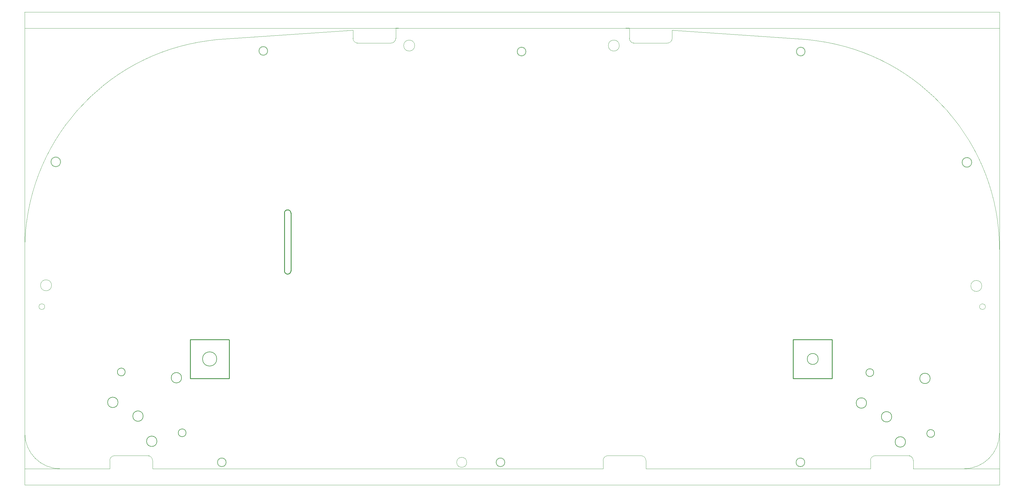
<source format=gko>
%FSLAX42Y42*%
%MOMM*%
G71*
G01*
G75*
G04 Layer_Color=16711935*
%ADD10C,0.25*%
%ADD11R,1.60X2.70*%
%ADD12R,2.70X1.60*%
%ADD13C,1.00*%
%ADD14C,0.25*%
%ADD15C,0.50*%
%ADD16C,0.30*%
%ADD17C,0.35*%
%ADD18C,1.00*%
%ADD19C,1.20*%
%ADD20C,0.20*%
%ADD21C,0.40*%
%ADD22C,0.80*%
%ADD23C,0.60*%
%ADD24O,2.40X2.00*%
%ADD25O,1.40X2.50*%
%ADD26R,1.40X2.50*%
%ADD27C,1.70*%
%ADD28R,2.50X1.40*%
%ADD29O,2.50X1.40*%
%ADD30O,2.00X2.30*%
%ADD31O,2.00X3.00*%
%ADD32P,2.71X8X292.5*%
%ADD33C,2.50*%
%ADD34O,1.20X2.50*%
%ADD35R,1.20X2.50*%
%ADD36C,3.00*%
%ADD37C,0.60*%
%ADD38C,0.80*%
%ADD39R,0.50X1.10*%
%ADD40R,1.30X1.30*%
%ADD41R,1.10X0.50*%
%ADD42R,1.30X1.30*%
%ADD43R,1.35X0.70*%
%ADD44R,1.80X0.70*%
G04:AMPARAMS|DCode=45|XSize=1.9mm|YSize=3.3mm|CornerRadius=0mm|HoleSize=0mm|Usage=FLASHONLY|Rotation=90.000|XOffset=0mm|YOffset=0mm|HoleType=Round|Shape=Octagon|*
%AMOCTAGOND45*
4,1,8,-1.65,-0.47,-1.65,0.47,-1.17,0.95,1.17,0.95,1.65,0.47,1.65,-0.47,1.17,-0.95,-1.17,-0.95,-1.65,-0.47,0.0*
%
%ADD45OCTAGOND45*%

%ADD46R,1.60X1.80*%
%ADD47R,1.80X1.60*%
%ADD48R,1.65X0.60*%
%ADD49R,1.80X1.60*%
%ADD50P,1.84X4X360.0*%
%ADD51P,1.84X4X90.0*%
%ADD52R,3.00X2.00*%
%ADD53R,1.80X2.70*%
%ADD54R,1.20X1.60*%
%ADD55R,1.80X2.00*%
%ADD56R,2.50X2.00*%
%ADD57R,1.20X3.50*%
%ADD58R,2.20X2.20*%
G04:AMPARAMS|DCode=59|XSize=2.2mm|YSize=2.2mm|CornerRadius=0.55mm|HoleSize=0mm|Usage=FLASHONLY|Rotation=270.000|XOffset=0mm|YOffset=0mm|HoleType=Round|Shape=RoundedRectangle|*
%AMROUNDEDRECTD59*
21,1,2.20,1.10,0,0,270.0*
21,1,1.10,2.20,0,0,270.0*
1,1,1.10,-0.55,-0.55*
1,1,1.10,-0.55,0.55*
1,1,1.10,0.55,0.55*
1,1,1.10,0.55,-0.55*
%
%ADD59ROUNDEDRECTD59*%
%ADD60R,2.00X1.80*%
G04:AMPARAMS|DCode=61|XSize=6mm|YSize=12.7mm|CornerRadius=1.5mm|HoleSize=0mm|Usage=FLASHONLY|Rotation=0.000|XOffset=0mm|YOffset=0mm|HoleType=Round|Shape=RoundedRectangle|*
%AMROUNDEDRECTD61*
21,1,6.00,9.70,0,0,0.0*
21,1,3.00,12.70,0,0,0.0*
1,1,3.00,1.50,-4.85*
1,1,3.00,-1.50,-4.85*
1,1,3.00,-1.50,4.85*
1,1,3.00,1.50,4.85*
%
%ADD61ROUNDEDRECTD61*%
%ADD62R,1.00X1.00*%
%ADD63R,1.30X1.00*%
%ADD64R,1.60X1.20*%
%ADD65R,2.60X1.60*%
%ADD66R,1.10X2.15*%
%ADD67R,1.10X2.15*%
%ADD68R,3.50X2.15*%
%ADD69R,2.15X3.50*%
%ADD70R,2.15X1.10*%
%ADD71R,2.15X1.10*%
%ADD72R,0.50X1.80*%
%ADD73O,0.50X1.80*%
%ADD74R,1.00X1.00*%
%ADD75R,1.00X1.30*%
%ADD76R,2.50X4.00*%
%ADD77O,1.80X0.55*%
%ADD78R,1.80X0.55*%
%ADD79R,2.50X3.30*%
%ADD80O,1.80X0.50*%
%ADD81R,1.80X0.50*%
G04:AMPARAMS|DCode=82|XSize=1.9mm|YSize=3.3mm|CornerRadius=0mm|HoleSize=0mm|Usage=FLASHONLY|Rotation=0.000|XOffset=0mm|YOffset=0mm|HoleType=Round|Shape=Octagon|*
%AMOCTAGOND82*
4,1,8,-0.47,1.65,0.47,1.65,0.95,1.17,0.95,-1.17,0.47,-1.65,-0.47,-1.65,-0.95,-1.17,-0.95,1.17,-0.47,1.65,0.0*
%
%ADD82OCTAGOND82*%

%ADD83R,0.70X1.80*%
%ADD84R,0.70X1.35*%
%ADD85R,5.80X6.20*%
%ADD86R,1.60X3.00*%
%ADD87R,1.27X0.50*%
%ADD88R,0.50X1.27*%
%ADD89R,1.60X1.80*%
G04:AMPARAMS|DCode=90|XSize=6mm|YSize=12.7mm|CornerRadius=1.5mm|HoleSize=0mm|Usage=FLASHONLY|Rotation=90.000|XOffset=0mm|YOffset=0mm|HoleType=Round|Shape=RoundedRectangle|*
%AMROUNDEDRECTD90*
21,1,6.00,9.70,0,0,90.0*
21,1,3.00,12.70,0,0,90.0*
1,1,3.00,4.85,1.50*
1,1,3.00,4.85,-1.50*
1,1,3.00,-4.85,-1.50*
1,1,3.00,-4.85,1.50*
%
%ADD90ROUNDEDRECTD90*%
%ADD91R,2.00X3.00*%
%ADD92R,1.00X4.50*%
%ADD93R,9.00X9.00*%
%ADD94R,0.25X2.00*%
%ADD95R,2.00X0.25*%
%ADD96R,1.90X1.60*%
%ADD97R,1.45X2.00*%
%ADD98O,1.60X0.25*%
%ADD99R,1.60X0.25*%
G04:AMPARAMS|DCode=100|XSize=5mm|YSize=1.6mm|CornerRadius=0.4mm|HoleSize=0mm|Usage=FLASHONLY|Rotation=90.000|XOffset=0mm|YOffset=0mm|HoleType=Round|Shape=RoundedRectangle|*
%AMROUNDEDRECTD100*
21,1,5.00,0.80,0,0,90.0*
21,1,4.20,1.60,0,0,90.0*
1,1,0.80,0.40,2.10*
1,1,0.80,0.40,-2.10*
1,1,0.80,-0.40,-2.10*
1,1,0.80,-0.40,2.10*
%
%ADD100ROUNDEDRECTD100*%
%ADD101R,0.60X1.65*%
%ADD102C,0.15*%
%ADD103R,6.05X6.05*%
%ADD104R,4.95X6.30*%
%ADD105R,1.57X1.19*%
%ADD106C,0.10*%
%ADD107C,0.13*%
%ADD108C,0.14*%
%ADD109R,4.76X1.25*%
%ADD110R,4.69X1.25*%
%ADD111R,1.25X4.69*%
%ADD112R,1.25X4.76*%
%ADD113C,0.19*%
%ADD114C,0.20*%
%ADD115C,0.05*%
%ADD116C,0.30*%
%ADD117C,0.12*%
%ADD118R,0.16X0.27*%
%ADD119R,0.15X0.19*%
%ADD120R,0.19X0.28*%
%ADD121R,0.05X0.15*%
%ADD122R,0.06X0.18*%
%ADD123R,0.10X0.24*%
%ADD124R,0.09X0.15*%
%ADD125R,5.23X5.16*%
%ADD126R,3.33X8.53*%
%ADD127R,3.78X8.51*%
%ADD128R,7.52X1.80*%
%ADD129R,1.80X2.90*%
%ADD130R,2.90X1.80*%
%ADD131C,1.20*%
%ADD132O,2.60X2.20*%
%ADD133O,1.60X2.70*%
%ADD134R,1.60X2.70*%
%ADD135C,1.90*%
%ADD136R,2.70X1.60*%
%ADD137O,2.70X1.60*%
%ADD138O,2.20X2.50*%
%ADD139O,2.20X3.20*%
%ADD140P,2.93X8X292.5*%
%ADD141C,2.70*%
%ADD142O,1.40X2.70*%
%ADD143R,1.40X2.70*%
%ADD144C,3.20*%
%ADD145C,0.80*%
%ADD146C,1.00*%
%ADD147R,0.70X1.30*%
%ADD148R,1.50X1.50*%
%ADD149R,1.30X0.70*%
%ADD150R,1.50X1.50*%
%ADD151R,1.55X0.90*%
%ADD152R,2.00X0.90*%
G04:AMPARAMS|DCode=153|XSize=2.1mm|YSize=3.5mm|CornerRadius=0mm|HoleSize=0mm|Usage=FLASHONLY|Rotation=90.000|XOffset=0mm|YOffset=0mm|HoleType=Round|Shape=Octagon|*
%AMOCTAGOND153*
4,1,8,-1.75,-0.53,-1.75,0.53,-1.23,1.05,1.23,1.05,1.75,0.53,1.75,-0.53,1.23,-1.05,-1.23,-1.05,-1.75,-0.53,0.0*
%
%ADD153OCTAGOND153*%

%ADD154R,1.80X2.00*%
%ADD155R,2.00X1.80*%
%ADD156R,1.85X0.80*%
%ADD157R,2.00X1.80*%
%ADD158P,2.13X4X360.0*%
%ADD159P,2.13X4X90.0*%
%ADD160R,3.20X2.20*%
%ADD161R,2.00X2.90*%
%ADD162R,1.40X1.80*%
%ADD163R,2.00X2.20*%
%ADD164R,2.70X2.20*%
%ADD165R,1.40X3.70*%
%ADD166R,2.40X2.40*%
G04:AMPARAMS|DCode=167|XSize=2.4mm|YSize=2.4mm|CornerRadius=0.6mm|HoleSize=0mm|Usage=FLASHONLY|Rotation=270.000|XOffset=0mm|YOffset=0mm|HoleType=Round|Shape=RoundedRectangle|*
%AMROUNDEDRECTD167*
21,1,2.40,1.20,0,0,270.0*
21,1,1.20,2.40,0,0,270.0*
1,1,1.20,-0.60,-0.60*
1,1,1.20,-0.60,0.60*
1,1,1.20,0.60,0.60*
1,1,1.20,0.60,-0.60*
%
%ADD167ROUNDEDRECTD167*%
%ADD168R,2.20X2.00*%
G04:AMPARAMS|DCode=169|XSize=6.2mm|YSize=12.9mm|CornerRadius=1.55mm|HoleSize=0mm|Usage=FLASHONLY|Rotation=0.000|XOffset=0mm|YOffset=0mm|HoleType=Round|Shape=RoundedRectangle|*
%AMROUNDEDRECTD169*
21,1,6.20,9.80,0,0,0.0*
21,1,3.10,12.90,0,0,0.0*
1,1,3.10,1.55,-4.90*
1,1,3.10,-1.55,-4.90*
1,1,3.10,-1.55,4.90*
1,1,3.10,1.55,4.90*
%
%ADD169ROUNDEDRECTD169*%
%ADD170R,1.20X1.20*%
%ADD171R,1.50X1.20*%
%ADD172R,1.80X1.40*%
%ADD173R,2.80X1.80*%
%ADD174R,1.30X2.35*%
%ADD175R,1.30X2.35*%
%ADD176R,3.70X2.35*%
%ADD177R,2.35X3.70*%
%ADD178R,2.35X1.30*%
%ADD179R,2.35X1.30*%
%ADD180R,0.70X2.00*%
%ADD181O,0.70X2.00*%
%ADD182R,1.20X1.20*%
%ADD183R,1.20X1.50*%
%ADD184R,2.70X4.20*%
%ADD185O,2.00X0.75*%
%ADD186R,2.00X0.75*%
%ADD187R,2.70X3.50*%
%ADD188O,2.00X0.70*%
%ADD189R,2.00X0.70*%
G04:AMPARAMS|DCode=190|XSize=2.1mm|YSize=3.5mm|CornerRadius=0mm|HoleSize=0mm|Usage=FLASHONLY|Rotation=0.000|XOffset=0mm|YOffset=0mm|HoleType=Round|Shape=Octagon|*
%AMOCTAGOND190*
4,1,8,-0.53,1.75,0.53,1.75,1.05,1.23,1.05,-1.23,0.53,-1.75,-0.53,-1.75,-1.05,-1.23,-1.05,1.23,-0.53,1.75,0.0*
%
%ADD190OCTAGOND190*%

%ADD191R,0.90X2.00*%
%ADD192R,0.90X1.55*%
%ADD193R,6.00X6.40*%
%ADD194R,1.80X3.20*%
%ADD195R,1.47X0.70*%
%ADD196R,0.70X1.47*%
%ADD197R,1.80X2.00*%
G04:AMPARAMS|DCode=198|XSize=6.2mm|YSize=12.9mm|CornerRadius=1.55mm|HoleSize=0mm|Usage=FLASHONLY|Rotation=90.000|XOffset=0mm|YOffset=0mm|HoleType=Round|Shape=RoundedRectangle|*
%AMROUNDEDRECTD198*
21,1,6.20,9.80,0,0,90.0*
21,1,3.10,12.90,0,0,90.0*
1,1,3.10,4.90,1.55*
1,1,3.10,4.90,-1.55*
1,1,3.10,-4.90,-1.55*
1,1,3.10,-4.90,1.55*
%
%ADD198ROUNDEDRECTD198*%
%ADD199R,2.20X3.20*%
%ADD200R,1.20X4.70*%
%ADD201R,9.20X9.20*%
%ADD202R,0.45X2.20*%
%ADD203R,2.20X0.45*%
%ADD204R,2.10X1.80*%
%ADD205R,1.65X2.20*%
%ADD206O,1.80X0.45*%
%ADD207R,1.80X0.45*%
G04:AMPARAMS|DCode=208|XSize=5.2mm|YSize=1.8mm|CornerRadius=0.45mm|HoleSize=0mm|Usage=FLASHONLY|Rotation=90.000|XOffset=0mm|YOffset=0mm|HoleType=Round|Shape=RoundedRectangle|*
%AMROUNDEDRECTD208*
21,1,5.20,0.90,0,0,90.0*
21,1,4.30,1.80,0,0,90.0*
1,1,0.90,0.45,2.15*
1,1,0.90,0.45,-2.15*
1,1,0.90,-0.45,-2.15*
1,1,0.90,-0.45,2.15*
%
%ADD208ROUNDEDRECTD208*%
%ADD209R,0.80X1.85*%
D10*
X8206Y7893D02*
G03*
X8006Y7893I-100J0D01*
G01*
X8007Y6110D02*
G03*
X8207Y6109I100J-1D01*
G01*
X5100Y3986D02*
X6300D01*
X5100Y2786D02*
X6300D01*
X5099Y2785D02*
Y3986D01*
X6302Y2790D02*
Y3985D01*
X23697Y3986D02*
X24897D01*
X23697Y2787D02*
Y3986D01*
Y2787D02*
X23698Y2786D01*
X24897D02*
Y3986D01*
X23698Y2786D02*
X24897D01*
X8206Y7903D02*
X8208Y6103D01*
X8006Y6112D02*
Y7903D01*
D106*
X10120Y13290D02*
G03*
X10270Y13140I150J0D01*
G01*
X11290D02*
G03*
X11440Y13290I0J150D01*
G01*
X18645D02*
G03*
X18795Y13140I150J0D01*
G01*
X19815D02*
G03*
X19965Y13290I0J150D01*
G01*
X26230Y405D02*
G03*
X26080Y255I0J-150D01*
G01*
X27400D02*
G03*
X27250Y405I-150J0D01*
G01*
X19155Y255D02*
G03*
X19005Y405I-150J0D01*
G01*
X17985D02*
G03*
X17835Y255I0J-150D01*
G01*
X5651Y13214D02*
G03*
X0Y6770I849J-6444D01*
G01*
X30060D02*
G03*
X24409Y13214I-6500J0D01*
G01*
X0Y1100D02*
G03*
X1100Y0I1100J0D01*
G01*
X28960D02*
G03*
X30060Y1100I0J1100D01*
G01*
X24409Y13214D02*
G03*
X24210Y13240I-5879J-44614D01*
G01*
X24210D02*
G03*
X24041Y13257I-379J-2976D01*
G01*
X18645Y13600D02*
G03*
X18530Y13600I-115J-45000D01*
G01*
X11530D02*
G03*
X11440Y13600I0J-45000D01*
G01*
X6019Y13257D02*
G03*
X5850Y13240I209J-2993D01*
G01*
D02*
G03*
X5651Y13214I5680J-44640D01*
G01*
X3940Y255D02*
G03*
X3790Y405I-150J0D01*
G01*
X2770D02*
G03*
X2620Y255I0J-150D01*
G01*
X29515Y5645D02*
G03*
X29515Y5645I-170J0D01*
G01*
X18335Y13065D02*
G03*
X18335Y13065I-170J0D01*
G01*
X12025D02*
G03*
X12025Y13065I-170J0D01*
G01*
X825Y5665D02*
G03*
X825Y5665I-170J0D01*
G01*
X29210Y9460D02*
G03*
X29210Y9460I-155J0D01*
G01*
X1110Y9475D02*
G03*
X1110Y9475I-155J0D01*
G01*
X13630Y200D02*
G03*
X13630Y200I-155J0D01*
G01*
X7495Y12900D02*
G03*
X7495Y12900I-140J0D01*
G01*
X15460Y12880D02*
G03*
X15460Y12880I-140J0D01*
G01*
X24070D02*
G03*
X24070Y12880I-140J0D01*
G01*
X6215Y200D02*
G03*
X6215Y200I-140J0D01*
G01*
X14810D02*
G03*
X14810Y200I-140J0D01*
G01*
X24060D02*
G03*
X24060Y200I-140J0D01*
G01*
X24055Y12880D02*
G03*
X24055Y12880I-125J0D01*
G01*
X29195Y9460D02*
G03*
X29195Y9460I-140J0D01*
G01*
X29625Y5005D02*
G03*
X29625Y5005I-90J0D01*
G01*
X24045Y200D02*
G03*
X24045Y200I-125J0D01*
G01*
X15445Y12880D02*
G03*
X15445Y12880I-125J0D01*
G01*
X14795Y200D02*
G03*
X14795Y200I-125J0D01*
G01*
X7480Y12900D02*
G03*
X7480Y12900I-125J0D01*
G01*
X1095Y9475D02*
G03*
X1095Y9475I-140J0D01*
G01*
X615Y5005D02*
G03*
X615Y5005I-90J0D01*
G01*
X6200Y200D02*
G03*
X6200Y200I-125J0D01*
G01*
X2620Y0D02*
Y255D01*
X0Y0D02*
X2620D01*
X0D02*
Y6770D01*
X3940Y0D02*
Y255D01*
X17835Y0D02*
Y255D01*
X19155Y0D02*
Y255D01*
X26230Y405D02*
X27250D01*
X17985D02*
X19005D01*
X2770D02*
X3790D01*
X19155Y0D02*
X26080D01*
X3940D02*
X17835D01*
X26080D02*
Y255D01*
X27400Y0D02*
Y255D01*
X3980Y0D02*
X11305D01*
X26270Y405D02*
X27290D01*
X2810D02*
X3830D01*
X6019Y13257D02*
X10120Y13544D01*
X11530Y13600D02*
X18530D01*
X10270Y13140D02*
X11290D01*
X10120Y13290D02*
Y13544D01*
X11440Y13290D02*
Y13600D01*
X10245Y13140D02*
X11265D01*
X19965Y13542D02*
X24041Y13257D01*
X18795Y13140D02*
X19815D01*
X18645Y13290D02*
Y13600D01*
X19965Y13290D02*
Y13542D01*
X18770Y13140D02*
X19790D01*
X0Y-500D02*
Y0D01*
X27400D02*
X30060D01*
Y-500D02*
Y0D01*
X0Y-500D02*
X30060D01*
X0Y6540D02*
Y13600D01*
Y14100D01*
X-8Y14100D02*
X30058D01*
X30060Y0D02*
Y13600D01*
X0D02*
X30060D01*
Y13584D02*
Y14100D01*
D107*
X4973Y1111D02*
G03*
X4973Y1111I-120J0D01*
G01*
X3095Y2989D02*
G03*
X3095Y2989I-120J0D01*
G01*
X3650Y1627D02*
G03*
X3650Y1627I-160J0D01*
G01*
X4835Y2811D02*
G03*
X4835Y2811I-160J0D01*
G01*
X2874Y2051D02*
G03*
X2874Y2051I-160J0D01*
G01*
X4075Y850D02*
G03*
X4075Y850I-160J0D01*
G01*
X28059Y1091D02*
G03*
X28059Y1091I-120J0D01*
G01*
X26181Y2969D02*
G03*
X26181Y2969I-120J0D01*
G01*
X26736Y1606D02*
G03*
X26736Y1606I-160J0D01*
G01*
X27921Y2791D02*
G03*
X27921Y2791I-160J0D01*
G01*
X25960Y2031D02*
G03*
X25960Y2031I-160J0D01*
G01*
X27161Y830D02*
G03*
X27161Y830I-160J0D01*
G01*
X24470Y3391D02*
G03*
X24470Y3391I-170J0D01*
G01*
X5920D02*
G03*
X5920Y3391I-220J0D01*
G01*
D115*
X25457Y0D02*
G03*
X25457Y0I-3J0D01*
G01*
X27402D02*
G03*
X27402Y0I-3J0D01*
G01*
X1102D02*
G03*
X1102Y0I-3J0D01*
G01*
M02*

</source>
